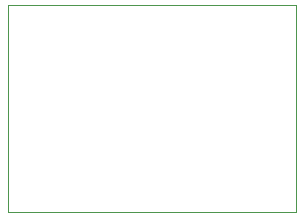
<source format=gm1>
G04 #@! TF.GenerationSoftware,KiCad,Pcbnew,7.0.10*
G04 #@! TF.CreationDate,2024-10-11T10:49:22-04:00*
G04 #@! TF.ProjectId,ad5689r,61643536-3839-4722-9e6b-696361645f70,rev?*
G04 #@! TF.SameCoordinates,Original*
G04 #@! TF.FileFunction,Profile,NP*
%FSLAX46Y46*%
G04 Gerber Fmt 4.6, Leading zero omitted, Abs format (unit mm)*
G04 Created by KiCad (PCBNEW 7.0.10) date 2024-10-11 10:49:22*
%MOMM*%
%LPD*%
G01*
G04 APERTURE LIST*
G04 #@! TA.AperFunction,Profile*
%ADD10C,0.100000*%
G04 #@! TD*
G04 APERTURE END LIST*
D10*
X25908000Y-22352000D02*
X50292000Y-22352000D01*
X50292000Y-39878000D01*
X25908000Y-39878000D01*
X25908000Y-22352000D01*
M02*

</source>
